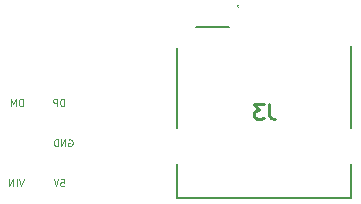
<source format=gbr>
%TF.GenerationSoftware,KiCad,Pcbnew,8.0.5*%
%TF.CreationDate,2024-10-07T01:51:17+09:00*%
%TF.ProjectId,fsk-energymeter,66736b2d-656e-4657-9267-796d65746572,v0.0.1*%
%TF.SameCoordinates,Original*%
%TF.FileFunction,Legend,Bot*%
%TF.FilePolarity,Positive*%
%FSLAX46Y46*%
G04 Gerber Fmt 4.6, Leading zero omitted, Abs format (unit mm)*
G04 Created by KiCad (PCBNEW 8.0.5) date 2024-10-07 01:51:17*
%MOMM*%
%LPD*%
G01*
G04 APERTURE LIST*
%ADD10C,0.100000*%
%ADD11C,0.254000*%
%ADD12C,0.200000*%
G04 APERTURE END LIST*
D10*
X137187068Y-108054942D02*
X137244211Y-108026371D01*
X137244211Y-108026371D02*
X137329925Y-108026371D01*
X137329925Y-108026371D02*
X137415639Y-108054942D01*
X137415639Y-108054942D02*
X137472782Y-108112085D01*
X137472782Y-108112085D02*
X137501353Y-108169228D01*
X137501353Y-108169228D02*
X137529925Y-108283514D01*
X137529925Y-108283514D02*
X137529925Y-108369228D01*
X137529925Y-108369228D02*
X137501353Y-108483514D01*
X137501353Y-108483514D02*
X137472782Y-108540657D01*
X137472782Y-108540657D02*
X137415639Y-108597800D01*
X137415639Y-108597800D02*
X137329925Y-108626371D01*
X137329925Y-108626371D02*
X137272782Y-108626371D01*
X137272782Y-108626371D02*
X137187068Y-108597800D01*
X137187068Y-108597800D02*
X137158496Y-108569228D01*
X137158496Y-108569228D02*
X137158496Y-108369228D01*
X137158496Y-108369228D02*
X137272782Y-108369228D01*
X136901353Y-108626371D02*
X136901353Y-108026371D01*
X136901353Y-108026371D02*
X136558496Y-108626371D01*
X136558496Y-108626371D02*
X136558496Y-108026371D01*
X136272782Y-108626371D02*
X136272782Y-108026371D01*
X136272782Y-108026371D02*
X136129925Y-108026371D01*
X136129925Y-108026371D02*
X136044211Y-108054942D01*
X136044211Y-108054942D02*
X135987068Y-108112085D01*
X135987068Y-108112085D02*
X135958497Y-108169228D01*
X135958497Y-108169228D02*
X135929925Y-108283514D01*
X135929925Y-108283514D02*
X135929925Y-108369228D01*
X135929925Y-108369228D02*
X135958497Y-108483514D01*
X135958497Y-108483514D02*
X135987068Y-108540657D01*
X135987068Y-108540657D02*
X136044211Y-108597800D01*
X136044211Y-108597800D02*
X136129925Y-108626371D01*
X136129925Y-108626371D02*
X136272782Y-108626371D01*
X133301353Y-105226371D02*
X133301353Y-104626371D01*
X133301353Y-104626371D02*
X133158496Y-104626371D01*
X133158496Y-104626371D02*
X133072782Y-104654942D01*
X133072782Y-104654942D02*
X133015639Y-104712085D01*
X133015639Y-104712085D02*
X132987068Y-104769228D01*
X132987068Y-104769228D02*
X132958496Y-104883514D01*
X132958496Y-104883514D02*
X132958496Y-104969228D01*
X132958496Y-104969228D02*
X132987068Y-105083514D01*
X132987068Y-105083514D02*
X133015639Y-105140657D01*
X133015639Y-105140657D02*
X133072782Y-105197800D01*
X133072782Y-105197800D02*
X133158496Y-105226371D01*
X133158496Y-105226371D02*
X133301353Y-105226371D01*
X132701353Y-105226371D02*
X132701353Y-104626371D01*
X132701353Y-104626371D02*
X132501353Y-105054942D01*
X132501353Y-105054942D02*
X132301353Y-104626371D01*
X132301353Y-104626371D02*
X132301353Y-105226371D01*
X133377068Y-111421371D02*
X133177068Y-112021371D01*
X133177068Y-112021371D02*
X132977068Y-111421371D01*
X132777067Y-112021371D02*
X132777067Y-111421371D01*
X132491353Y-112021371D02*
X132491353Y-111421371D01*
X132491353Y-111421371D02*
X132148496Y-112021371D01*
X132148496Y-112021371D02*
X132148496Y-111421371D01*
X136515639Y-111426371D02*
X136801353Y-111426371D01*
X136801353Y-111426371D02*
X136829925Y-111712085D01*
X136829925Y-111712085D02*
X136801353Y-111683514D01*
X136801353Y-111683514D02*
X136744211Y-111654942D01*
X136744211Y-111654942D02*
X136601353Y-111654942D01*
X136601353Y-111654942D02*
X136544211Y-111683514D01*
X136544211Y-111683514D02*
X136515639Y-111712085D01*
X136515639Y-111712085D02*
X136487068Y-111769228D01*
X136487068Y-111769228D02*
X136487068Y-111912085D01*
X136487068Y-111912085D02*
X136515639Y-111969228D01*
X136515639Y-111969228D02*
X136544211Y-111997800D01*
X136544211Y-111997800D02*
X136601353Y-112026371D01*
X136601353Y-112026371D02*
X136744211Y-112026371D01*
X136744211Y-112026371D02*
X136801353Y-111997800D01*
X136801353Y-111997800D02*
X136829925Y-111969228D01*
X136315639Y-111426371D02*
X136115639Y-112026371D01*
X136115639Y-112026371D02*
X135915639Y-111426371D01*
X136801353Y-105226371D02*
X136801353Y-104626371D01*
X136801353Y-104626371D02*
X136658496Y-104626371D01*
X136658496Y-104626371D02*
X136572782Y-104654942D01*
X136572782Y-104654942D02*
X136515639Y-104712085D01*
X136515639Y-104712085D02*
X136487068Y-104769228D01*
X136487068Y-104769228D02*
X136458496Y-104883514D01*
X136458496Y-104883514D02*
X136458496Y-104969228D01*
X136458496Y-104969228D02*
X136487068Y-105083514D01*
X136487068Y-105083514D02*
X136515639Y-105140657D01*
X136515639Y-105140657D02*
X136572782Y-105197800D01*
X136572782Y-105197800D02*
X136658496Y-105226371D01*
X136658496Y-105226371D02*
X136801353Y-105226371D01*
X136201353Y-105226371D02*
X136201353Y-104626371D01*
X136201353Y-104626371D02*
X135972782Y-104626371D01*
X135972782Y-104626371D02*
X135915639Y-104654942D01*
X135915639Y-104654942D02*
X135887068Y-104683514D01*
X135887068Y-104683514D02*
X135858496Y-104740657D01*
X135858496Y-104740657D02*
X135858496Y-104826371D01*
X135858496Y-104826371D02*
X135887068Y-104883514D01*
X135887068Y-104883514D02*
X135915639Y-104912085D01*
X135915639Y-104912085D02*
X135972782Y-104940657D01*
X135972782Y-104940657D02*
X136201353Y-104940657D01*
D11*
X154173332Y-105054318D02*
X154173332Y-105961461D01*
X154173332Y-105961461D02*
X154233809Y-106142889D01*
X154233809Y-106142889D02*
X154354761Y-106263842D01*
X154354761Y-106263842D02*
X154536190Y-106324318D01*
X154536190Y-106324318D02*
X154657142Y-106324318D01*
X153689523Y-105054318D02*
X152903332Y-105054318D01*
X152903332Y-105054318D02*
X153326666Y-105538127D01*
X153326666Y-105538127D02*
X153145237Y-105538127D01*
X153145237Y-105538127D02*
X153024285Y-105598603D01*
X153024285Y-105598603D02*
X152963809Y-105659080D01*
X152963809Y-105659080D02*
X152903332Y-105780032D01*
X152903332Y-105780032D02*
X152903332Y-106082413D01*
X152903332Y-106082413D02*
X152963809Y-106203365D01*
X152963809Y-106203365D02*
X153024285Y-106263842D01*
X153024285Y-106263842D02*
X153145237Y-106324318D01*
X153145237Y-106324318D02*
X153508094Y-106324318D01*
X153508094Y-106324318D02*
X153629047Y-106263842D01*
X153629047Y-106263842D02*
X153689523Y-106203365D01*
D12*
%TO.C,J3*%
X146375000Y-100300000D02*
X146375000Y-107100000D01*
X146375000Y-110100000D02*
X146375000Y-113000000D01*
X146375000Y-113000000D02*
X161125000Y-113000000D01*
X150800000Y-98500000D02*
X148000000Y-98500000D01*
D10*
X151500000Y-96700000D02*
X151500000Y-96700000D01*
X151500000Y-96800000D02*
X151500000Y-96800000D01*
D12*
X161125000Y-107100000D02*
X161125000Y-100100000D01*
X161125000Y-113000000D02*
X161125000Y-110100000D01*
D10*
X151500000Y-96700000D02*
G75*
G02*
X151500000Y-96800000I0J-50000D01*
G01*
X151500000Y-96800000D02*
G75*
G02*
X151500000Y-96700000I0J50000D01*
G01*
%TD*%
M02*

</source>
